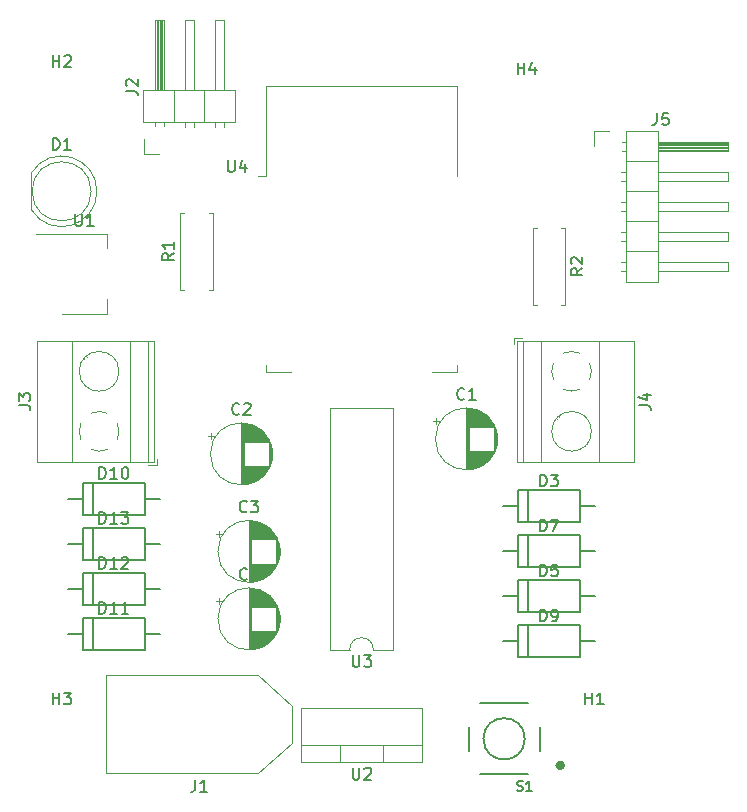
<source format=gbr>
%TF.GenerationSoftware,KiCad,Pcbnew,(5.1.10)-1*%
%TF.CreationDate,2021-11-08T05:29:07+05:30*%
%TF.ProjectId,Flipboard Final,466c6970-626f-4617-9264-2046696e616c,rev?*%
%TF.SameCoordinates,Original*%
%TF.FileFunction,Legend,Top*%
%TF.FilePolarity,Positive*%
%FSLAX46Y46*%
G04 Gerber Fmt 4.6, Leading zero omitted, Abs format (unit mm)*
G04 Created by KiCad (PCBNEW (5.1.10)-1) date 2021-11-08 05:29:07*
%MOMM*%
%LPD*%
G01*
G04 APERTURE LIST*
%ADD10C,0.120000*%
%ADD11C,0.127000*%
%ADD12C,0.400000*%
%ADD13C,0.150000*%
G04 APERTURE END LIST*
D10*
%TO.C,C1*%
X-80044775Y-15420000D02*
X-80044775Y-15920000D01*
X-80294775Y-15670000D02*
X-79794775Y-15670000D01*
X-74889000Y-16861000D02*
X-74889000Y-17429000D01*
X-74929000Y-16627000D02*
X-74929000Y-17663000D01*
X-74969000Y-16468000D02*
X-74969000Y-17822000D01*
X-75009000Y-16340000D02*
X-75009000Y-17950000D01*
X-75049000Y-16230000D02*
X-75049000Y-18060000D01*
X-75089000Y-16134000D02*
X-75089000Y-18156000D01*
X-75129000Y-16047000D02*
X-75129000Y-18243000D01*
X-75169000Y-15967000D02*
X-75169000Y-18323000D01*
X-75209000Y-18185000D02*
X-75209000Y-18396000D01*
X-75209000Y-15894000D02*
X-75209000Y-16105000D01*
X-75249000Y-18185000D02*
X-75249000Y-18464000D01*
X-75249000Y-15826000D02*
X-75249000Y-16105000D01*
X-75289000Y-18185000D02*
X-75289000Y-18528000D01*
X-75289000Y-15762000D02*
X-75289000Y-16105000D01*
X-75329000Y-18185000D02*
X-75329000Y-18588000D01*
X-75329000Y-15702000D02*
X-75329000Y-16105000D01*
X-75369000Y-18185000D02*
X-75369000Y-18645000D01*
X-75369000Y-15645000D02*
X-75369000Y-16105000D01*
X-75409000Y-18185000D02*
X-75409000Y-18699000D01*
X-75409000Y-15591000D02*
X-75409000Y-16105000D01*
X-75449000Y-18185000D02*
X-75449000Y-18750000D01*
X-75449000Y-15540000D02*
X-75449000Y-16105000D01*
X-75489000Y-18185000D02*
X-75489000Y-18798000D01*
X-75489000Y-15492000D02*
X-75489000Y-16105000D01*
X-75529000Y-18185000D02*
X-75529000Y-18844000D01*
X-75529000Y-15446000D02*
X-75529000Y-16105000D01*
X-75569000Y-18185000D02*
X-75569000Y-18888000D01*
X-75569000Y-15402000D02*
X-75569000Y-16105000D01*
X-75609000Y-18185000D02*
X-75609000Y-18930000D01*
X-75609000Y-15360000D02*
X-75609000Y-16105000D01*
X-75649000Y-18185000D02*
X-75649000Y-18971000D01*
X-75649000Y-15319000D02*
X-75649000Y-16105000D01*
X-75689000Y-18185000D02*
X-75689000Y-19009000D01*
X-75689000Y-15281000D02*
X-75689000Y-16105000D01*
X-75729000Y-18185000D02*
X-75729000Y-19046000D01*
X-75729000Y-15244000D02*
X-75729000Y-16105000D01*
X-75769000Y-18185000D02*
X-75769000Y-19082000D01*
X-75769000Y-15208000D02*
X-75769000Y-16105000D01*
X-75809000Y-18185000D02*
X-75809000Y-19116000D01*
X-75809000Y-15174000D02*
X-75809000Y-16105000D01*
X-75849000Y-18185000D02*
X-75849000Y-19149000D01*
X-75849000Y-15141000D02*
X-75849000Y-16105000D01*
X-75889000Y-18185000D02*
X-75889000Y-19180000D01*
X-75889000Y-15110000D02*
X-75889000Y-16105000D01*
X-75929000Y-18185000D02*
X-75929000Y-19210000D01*
X-75929000Y-15080000D02*
X-75929000Y-16105000D01*
X-75969000Y-18185000D02*
X-75969000Y-19240000D01*
X-75969000Y-15050000D02*
X-75969000Y-16105000D01*
X-76009000Y-18185000D02*
X-76009000Y-19267000D01*
X-76009000Y-15023000D02*
X-76009000Y-16105000D01*
X-76049000Y-18185000D02*
X-76049000Y-19294000D01*
X-76049000Y-14996000D02*
X-76049000Y-16105000D01*
X-76089000Y-18185000D02*
X-76089000Y-19320000D01*
X-76089000Y-14970000D02*
X-76089000Y-16105000D01*
X-76129000Y-18185000D02*
X-76129000Y-19345000D01*
X-76129000Y-14945000D02*
X-76129000Y-16105000D01*
X-76169000Y-18185000D02*
X-76169000Y-19369000D01*
X-76169000Y-14921000D02*
X-76169000Y-16105000D01*
X-76209000Y-18185000D02*
X-76209000Y-19392000D01*
X-76209000Y-14898000D02*
X-76209000Y-16105000D01*
X-76249000Y-18185000D02*
X-76249000Y-19413000D01*
X-76249000Y-14877000D02*
X-76249000Y-16105000D01*
X-76289000Y-18185000D02*
X-76289000Y-19435000D01*
X-76289000Y-14855000D02*
X-76289000Y-16105000D01*
X-76329000Y-18185000D02*
X-76329000Y-19455000D01*
X-76329000Y-14835000D02*
X-76329000Y-16105000D01*
X-76369000Y-18185000D02*
X-76369000Y-19474000D01*
X-76369000Y-14816000D02*
X-76369000Y-16105000D01*
X-76409000Y-18185000D02*
X-76409000Y-19493000D01*
X-76409000Y-14797000D02*
X-76409000Y-16105000D01*
X-76449000Y-18185000D02*
X-76449000Y-19510000D01*
X-76449000Y-14780000D02*
X-76449000Y-16105000D01*
X-76489000Y-18185000D02*
X-76489000Y-19527000D01*
X-76489000Y-14763000D02*
X-76489000Y-16105000D01*
X-76529000Y-18185000D02*
X-76529000Y-19543000D01*
X-76529000Y-14747000D02*
X-76529000Y-16105000D01*
X-76569000Y-18185000D02*
X-76569000Y-19559000D01*
X-76569000Y-14731000D02*
X-76569000Y-16105000D01*
X-76609000Y-18185000D02*
X-76609000Y-19573000D01*
X-76609000Y-14717000D02*
X-76609000Y-16105000D01*
X-76649000Y-18185000D02*
X-76649000Y-19587000D01*
X-76649000Y-14703000D02*
X-76649000Y-16105000D01*
X-76689000Y-18185000D02*
X-76689000Y-19600000D01*
X-76689000Y-14690000D02*
X-76689000Y-16105000D01*
X-76729000Y-18185000D02*
X-76729000Y-19613000D01*
X-76729000Y-14677000D02*
X-76729000Y-16105000D01*
X-76769000Y-18185000D02*
X-76769000Y-19625000D01*
X-76769000Y-14665000D02*
X-76769000Y-16105000D01*
X-76810000Y-18185000D02*
X-76810000Y-19636000D01*
X-76810000Y-14654000D02*
X-76810000Y-16105000D01*
X-76850000Y-18185000D02*
X-76850000Y-19646000D01*
X-76850000Y-14644000D02*
X-76850000Y-16105000D01*
X-76890000Y-18185000D02*
X-76890000Y-19656000D01*
X-76890000Y-14634000D02*
X-76890000Y-16105000D01*
X-76930000Y-18185000D02*
X-76930000Y-19665000D01*
X-76930000Y-14625000D02*
X-76930000Y-16105000D01*
X-76970000Y-18185000D02*
X-76970000Y-19673000D01*
X-76970000Y-14617000D02*
X-76970000Y-16105000D01*
X-77010000Y-18185000D02*
X-77010000Y-19681000D01*
X-77010000Y-14609000D02*
X-77010000Y-16105000D01*
X-77050000Y-18185000D02*
X-77050000Y-19688000D01*
X-77050000Y-14602000D02*
X-77050000Y-16105000D01*
X-77090000Y-18185000D02*
X-77090000Y-19695000D01*
X-77090000Y-14595000D02*
X-77090000Y-16105000D01*
X-77130000Y-18185000D02*
X-77130000Y-19701000D01*
X-77130000Y-14589000D02*
X-77130000Y-16105000D01*
X-77170000Y-18185000D02*
X-77170000Y-19706000D01*
X-77170000Y-14584000D02*
X-77170000Y-16105000D01*
X-77210000Y-18185000D02*
X-77210000Y-19710000D01*
X-77210000Y-14580000D02*
X-77210000Y-16105000D01*
X-77250000Y-18185000D02*
X-77250000Y-19714000D01*
X-77250000Y-14576000D02*
X-77250000Y-16105000D01*
X-77290000Y-14572000D02*
X-77290000Y-19718000D01*
X-77330000Y-14569000D02*
X-77330000Y-19721000D01*
X-77370000Y-14567000D02*
X-77370000Y-19723000D01*
X-77410000Y-14566000D02*
X-77410000Y-19724000D01*
X-77450000Y-14565000D02*
X-77450000Y-19725000D01*
X-77490000Y-14565000D02*
X-77490000Y-19725000D01*
X-74870000Y-17145000D02*
G75*
G03*
X-74870000Y-17145000I-2620000J0D01*
G01*
%TO.C,C2*%
X-93920000Y-18415000D02*
G75*
G03*
X-93920000Y-18415000I-2620000J0D01*
G01*
X-96540000Y-15835000D02*
X-96540000Y-20995000D01*
X-96500000Y-15835000D02*
X-96500000Y-20995000D01*
X-96460000Y-15836000D02*
X-96460000Y-20994000D01*
X-96420000Y-15837000D02*
X-96420000Y-20993000D01*
X-96380000Y-15839000D02*
X-96380000Y-20991000D01*
X-96340000Y-15842000D02*
X-96340000Y-20988000D01*
X-96300000Y-15846000D02*
X-96300000Y-17375000D01*
X-96300000Y-19455000D02*
X-96300000Y-20984000D01*
X-96260000Y-15850000D02*
X-96260000Y-17375000D01*
X-96260000Y-19455000D02*
X-96260000Y-20980000D01*
X-96220000Y-15854000D02*
X-96220000Y-17375000D01*
X-96220000Y-19455000D02*
X-96220000Y-20976000D01*
X-96180000Y-15859000D02*
X-96180000Y-17375000D01*
X-96180000Y-19455000D02*
X-96180000Y-20971000D01*
X-96140000Y-15865000D02*
X-96140000Y-17375000D01*
X-96140000Y-19455000D02*
X-96140000Y-20965000D01*
X-96100000Y-15872000D02*
X-96100000Y-17375000D01*
X-96100000Y-19455000D02*
X-96100000Y-20958000D01*
X-96060000Y-15879000D02*
X-96060000Y-17375000D01*
X-96060000Y-19455000D02*
X-96060000Y-20951000D01*
X-96020000Y-15887000D02*
X-96020000Y-17375000D01*
X-96020000Y-19455000D02*
X-96020000Y-20943000D01*
X-95980000Y-15895000D02*
X-95980000Y-17375000D01*
X-95980000Y-19455000D02*
X-95980000Y-20935000D01*
X-95940000Y-15904000D02*
X-95940000Y-17375000D01*
X-95940000Y-19455000D02*
X-95940000Y-20926000D01*
X-95900000Y-15914000D02*
X-95900000Y-17375000D01*
X-95900000Y-19455000D02*
X-95900000Y-20916000D01*
X-95860000Y-15924000D02*
X-95860000Y-17375000D01*
X-95860000Y-19455000D02*
X-95860000Y-20906000D01*
X-95819000Y-15935000D02*
X-95819000Y-17375000D01*
X-95819000Y-19455000D02*
X-95819000Y-20895000D01*
X-95779000Y-15947000D02*
X-95779000Y-17375000D01*
X-95779000Y-19455000D02*
X-95779000Y-20883000D01*
X-95739000Y-15960000D02*
X-95739000Y-17375000D01*
X-95739000Y-19455000D02*
X-95739000Y-20870000D01*
X-95699000Y-15973000D02*
X-95699000Y-17375000D01*
X-95699000Y-19455000D02*
X-95699000Y-20857000D01*
X-95659000Y-15987000D02*
X-95659000Y-17375000D01*
X-95659000Y-19455000D02*
X-95659000Y-20843000D01*
X-95619000Y-16001000D02*
X-95619000Y-17375000D01*
X-95619000Y-19455000D02*
X-95619000Y-20829000D01*
X-95579000Y-16017000D02*
X-95579000Y-17375000D01*
X-95579000Y-19455000D02*
X-95579000Y-20813000D01*
X-95539000Y-16033000D02*
X-95539000Y-17375000D01*
X-95539000Y-19455000D02*
X-95539000Y-20797000D01*
X-95499000Y-16050000D02*
X-95499000Y-17375000D01*
X-95499000Y-19455000D02*
X-95499000Y-20780000D01*
X-95459000Y-16067000D02*
X-95459000Y-17375000D01*
X-95459000Y-19455000D02*
X-95459000Y-20763000D01*
X-95419000Y-16086000D02*
X-95419000Y-17375000D01*
X-95419000Y-19455000D02*
X-95419000Y-20744000D01*
X-95379000Y-16105000D02*
X-95379000Y-17375000D01*
X-95379000Y-19455000D02*
X-95379000Y-20725000D01*
X-95339000Y-16125000D02*
X-95339000Y-17375000D01*
X-95339000Y-19455000D02*
X-95339000Y-20705000D01*
X-95299000Y-16147000D02*
X-95299000Y-17375000D01*
X-95299000Y-19455000D02*
X-95299000Y-20683000D01*
X-95259000Y-16168000D02*
X-95259000Y-17375000D01*
X-95259000Y-19455000D02*
X-95259000Y-20662000D01*
X-95219000Y-16191000D02*
X-95219000Y-17375000D01*
X-95219000Y-19455000D02*
X-95219000Y-20639000D01*
X-95179000Y-16215000D02*
X-95179000Y-17375000D01*
X-95179000Y-19455000D02*
X-95179000Y-20615000D01*
X-95139000Y-16240000D02*
X-95139000Y-17375000D01*
X-95139000Y-19455000D02*
X-95139000Y-20590000D01*
X-95099000Y-16266000D02*
X-95099000Y-17375000D01*
X-95099000Y-19455000D02*
X-95099000Y-20564000D01*
X-95059000Y-16293000D02*
X-95059000Y-17375000D01*
X-95059000Y-19455000D02*
X-95059000Y-20537000D01*
X-95019000Y-16320000D02*
X-95019000Y-17375000D01*
X-95019000Y-19455000D02*
X-95019000Y-20510000D01*
X-94979000Y-16350000D02*
X-94979000Y-17375000D01*
X-94979000Y-19455000D02*
X-94979000Y-20480000D01*
X-94939000Y-16380000D02*
X-94939000Y-17375000D01*
X-94939000Y-19455000D02*
X-94939000Y-20450000D01*
X-94899000Y-16411000D02*
X-94899000Y-17375000D01*
X-94899000Y-19455000D02*
X-94899000Y-20419000D01*
X-94859000Y-16444000D02*
X-94859000Y-17375000D01*
X-94859000Y-19455000D02*
X-94859000Y-20386000D01*
X-94819000Y-16478000D02*
X-94819000Y-17375000D01*
X-94819000Y-19455000D02*
X-94819000Y-20352000D01*
X-94779000Y-16514000D02*
X-94779000Y-17375000D01*
X-94779000Y-19455000D02*
X-94779000Y-20316000D01*
X-94739000Y-16551000D02*
X-94739000Y-17375000D01*
X-94739000Y-19455000D02*
X-94739000Y-20279000D01*
X-94699000Y-16589000D02*
X-94699000Y-17375000D01*
X-94699000Y-19455000D02*
X-94699000Y-20241000D01*
X-94659000Y-16630000D02*
X-94659000Y-17375000D01*
X-94659000Y-19455000D02*
X-94659000Y-20200000D01*
X-94619000Y-16672000D02*
X-94619000Y-17375000D01*
X-94619000Y-19455000D02*
X-94619000Y-20158000D01*
X-94579000Y-16716000D02*
X-94579000Y-17375000D01*
X-94579000Y-19455000D02*
X-94579000Y-20114000D01*
X-94539000Y-16762000D02*
X-94539000Y-17375000D01*
X-94539000Y-19455000D02*
X-94539000Y-20068000D01*
X-94499000Y-16810000D02*
X-94499000Y-17375000D01*
X-94499000Y-19455000D02*
X-94499000Y-20020000D01*
X-94459000Y-16861000D02*
X-94459000Y-17375000D01*
X-94459000Y-19455000D02*
X-94459000Y-19969000D01*
X-94419000Y-16915000D02*
X-94419000Y-17375000D01*
X-94419000Y-19455000D02*
X-94419000Y-19915000D01*
X-94379000Y-16972000D02*
X-94379000Y-17375000D01*
X-94379000Y-19455000D02*
X-94379000Y-19858000D01*
X-94339000Y-17032000D02*
X-94339000Y-17375000D01*
X-94339000Y-19455000D02*
X-94339000Y-19798000D01*
X-94299000Y-17096000D02*
X-94299000Y-17375000D01*
X-94299000Y-19455000D02*
X-94299000Y-19734000D01*
X-94259000Y-17164000D02*
X-94259000Y-17375000D01*
X-94259000Y-19455000D02*
X-94259000Y-19666000D01*
X-94219000Y-17237000D02*
X-94219000Y-19593000D01*
X-94179000Y-17317000D02*
X-94179000Y-19513000D01*
X-94139000Y-17404000D02*
X-94139000Y-19426000D01*
X-94099000Y-17500000D02*
X-94099000Y-19330000D01*
X-94059000Y-17610000D02*
X-94059000Y-19220000D01*
X-94019000Y-17738000D02*
X-94019000Y-19092000D01*
X-93979000Y-17897000D02*
X-93979000Y-18933000D01*
X-93939000Y-18131000D02*
X-93939000Y-18699000D01*
X-99344775Y-16940000D02*
X-98844775Y-16940000D01*
X-99094775Y-16690000D02*
X-99094775Y-17190000D01*
%TO.C,C3*%
X-98459775Y-24945000D02*
X-98459775Y-25445000D01*
X-98709775Y-25195000D02*
X-98209775Y-25195000D01*
X-93304000Y-26386000D02*
X-93304000Y-26954000D01*
X-93344000Y-26152000D02*
X-93344000Y-27188000D01*
X-93384000Y-25993000D02*
X-93384000Y-27347000D01*
X-93424000Y-25865000D02*
X-93424000Y-27475000D01*
X-93464000Y-25755000D02*
X-93464000Y-27585000D01*
X-93504000Y-25659000D02*
X-93504000Y-27681000D01*
X-93544000Y-25572000D02*
X-93544000Y-27768000D01*
X-93584000Y-25492000D02*
X-93584000Y-27848000D01*
X-93624000Y-27710000D02*
X-93624000Y-27921000D01*
X-93624000Y-25419000D02*
X-93624000Y-25630000D01*
X-93664000Y-27710000D02*
X-93664000Y-27989000D01*
X-93664000Y-25351000D02*
X-93664000Y-25630000D01*
X-93704000Y-27710000D02*
X-93704000Y-28053000D01*
X-93704000Y-25287000D02*
X-93704000Y-25630000D01*
X-93744000Y-27710000D02*
X-93744000Y-28113000D01*
X-93744000Y-25227000D02*
X-93744000Y-25630000D01*
X-93784000Y-27710000D02*
X-93784000Y-28170000D01*
X-93784000Y-25170000D02*
X-93784000Y-25630000D01*
X-93824000Y-27710000D02*
X-93824000Y-28224000D01*
X-93824000Y-25116000D02*
X-93824000Y-25630000D01*
X-93864000Y-27710000D02*
X-93864000Y-28275000D01*
X-93864000Y-25065000D02*
X-93864000Y-25630000D01*
X-93904000Y-27710000D02*
X-93904000Y-28323000D01*
X-93904000Y-25017000D02*
X-93904000Y-25630000D01*
X-93944000Y-27710000D02*
X-93944000Y-28369000D01*
X-93944000Y-24971000D02*
X-93944000Y-25630000D01*
X-93984000Y-27710000D02*
X-93984000Y-28413000D01*
X-93984000Y-24927000D02*
X-93984000Y-25630000D01*
X-94024000Y-27710000D02*
X-94024000Y-28455000D01*
X-94024000Y-24885000D02*
X-94024000Y-25630000D01*
X-94064000Y-27710000D02*
X-94064000Y-28496000D01*
X-94064000Y-24844000D02*
X-94064000Y-25630000D01*
X-94104000Y-27710000D02*
X-94104000Y-28534000D01*
X-94104000Y-24806000D02*
X-94104000Y-25630000D01*
X-94144000Y-27710000D02*
X-94144000Y-28571000D01*
X-94144000Y-24769000D02*
X-94144000Y-25630000D01*
X-94184000Y-27710000D02*
X-94184000Y-28607000D01*
X-94184000Y-24733000D02*
X-94184000Y-25630000D01*
X-94224000Y-27710000D02*
X-94224000Y-28641000D01*
X-94224000Y-24699000D02*
X-94224000Y-25630000D01*
X-94264000Y-27710000D02*
X-94264000Y-28674000D01*
X-94264000Y-24666000D02*
X-94264000Y-25630000D01*
X-94304000Y-27710000D02*
X-94304000Y-28705000D01*
X-94304000Y-24635000D02*
X-94304000Y-25630000D01*
X-94344000Y-27710000D02*
X-94344000Y-28735000D01*
X-94344000Y-24605000D02*
X-94344000Y-25630000D01*
X-94384000Y-27710000D02*
X-94384000Y-28765000D01*
X-94384000Y-24575000D02*
X-94384000Y-25630000D01*
X-94424000Y-27710000D02*
X-94424000Y-28792000D01*
X-94424000Y-24548000D02*
X-94424000Y-25630000D01*
X-94464000Y-27710000D02*
X-94464000Y-28819000D01*
X-94464000Y-24521000D02*
X-94464000Y-25630000D01*
X-94504000Y-27710000D02*
X-94504000Y-28845000D01*
X-94504000Y-24495000D02*
X-94504000Y-25630000D01*
X-94544000Y-27710000D02*
X-94544000Y-28870000D01*
X-94544000Y-24470000D02*
X-94544000Y-25630000D01*
X-94584000Y-27710000D02*
X-94584000Y-28894000D01*
X-94584000Y-24446000D02*
X-94584000Y-25630000D01*
X-94624000Y-27710000D02*
X-94624000Y-28917000D01*
X-94624000Y-24423000D02*
X-94624000Y-25630000D01*
X-94664000Y-27710000D02*
X-94664000Y-28938000D01*
X-94664000Y-24402000D02*
X-94664000Y-25630000D01*
X-94704000Y-27710000D02*
X-94704000Y-28960000D01*
X-94704000Y-24380000D02*
X-94704000Y-25630000D01*
X-94744000Y-27710000D02*
X-94744000Y-28980000D01*
X-94744000Y-24360000D02*
X-94744000Y-25630000D01*
X-94784000Y-27710000D02*
X-94784000Y-28999000D01*
X-94784000Y-24341000D02*
X-94784000Y-25630000D01*
X-94824000Y-27710000D02*
X-94824000Y-29018000D01*
X-94824000Y-24322000D02*
X-94824000Y-25630000D01*
X-94864000Y-27710000D02*
X-94864000Y-29035000D01*
X-94864000Y-24305000D02*
X-94864000Y-25630000D01*
X-94904000Y-27710000D02*
X-94904000Y-29052000D01*
X-94904000Y-24288000D02*
X-94904000Y-25630000D01*
X-94944000Y-27710000D02*
X-94944000Y-29068000D01*
X-94944000Y-24272000D02*
X-94944000Y-25630000D01*
X-94984000Y-27710000D02*
X-94984000Y-29084000D01*
X-94984000Y-24256000D02*
X-94984000Y-25630000D01*
X-95024000Y-27710000D02*
X-95024000Y-29098000D01*
X-95024000Y-24242000D02*
X-95024000Y-25630000D01*
X-95064000Y-27710000D02*
X-95064000Y-29112000D01*
X-95064000Y-24228000D02*
X-95064000Y-25630000D01*
X-95104000Y-27710000D02*
X-95104000Y-29125000D01*
X-95104000Y-24215000D02*
X-95104000Y-25630000D01*
X-95144000Y-27710000D02*
X-95144000Y-29138000D01*
X-95144000Y-24202000D02*
X-95144000Y-25630000D01*
X-95184000Y-27710000D02*
X-95184000Y-29150000D01*
X-95184000Y-24190000D02*
X-95184000Y-25630000D01*
X-95225000Y-27710000D02*
X-95225000Y-29161000D01*
X-95225000Y-24179000D02*
X-95225000Y-25630000D01*
X-95265000Y-27710000D02*
X-95265000Y-29171000D01*
X-95265000Y-24169000D02*
X-95265000Y-25630000D01*
X-95305000Y-27710000D02*
X-95305000Y-29181000D01*
X-95305000Y-24159000D02*
X-95305000Y-25630000D01*
X-95345000Y-27710000D02*
X-95345000Y-29190000D01*
X-95345000Y-24150000D02*
X-95345000Y-25630000D01*
X-95385000Y-27710000D02*
X-95385000Y-29198000D01*
X-95385000Y-24142000D02*
X-95385000Y-25630000D01*
X-95425000Y-27710000D02*
X-95425000Y-29206000D01*
X-95425000Y-24134000D02*
X-95425000Y-25630000D01*
X-95465000Y-27710000D02*
X-95465000Y-29213000D01*
X-95465000Y-24127000D02*
X-95465000Y-25630000D01*
X-95505000Y-27710000D02*
X-95505000Y-29220000D01*
X-95505000Y-24120000D02*
X-95505000Y-25630000D01*
X-95545000Y-27710000D02*
X-95545000Y-29226000D01*
X-95545000Y-24114000D02*
X-95545000Y-25630000D01*
X-95585000Y-27710000D02*
X-95585000Y-29231000D01*
X-95585000Y-24109000D02*
X-95585000Y-25630000D01*
X-95625000Y-27710000D02*
X-95625000Y-29235000D01*
X-95625000Y-24105000D02*
X-95625000Y-25630000D01*
X-95665000Y-27710000D02*
X-95665000Y-29239000D01*
X-95665000Y-24101000D02*
X-95665000Y-25630000D01*
X-95705000Y-24097000D02*
X-95705000Y-29243000D01*
X-95745000Y-24094000D02*
X-95745000Y-29246000D01*
X-95785000Y-24092000D02*
X-95785000Y-29248000D01*
X-95825000Y-24091000D02*
X-95825000Y-29249000D01*
X-95865000Y-24090000D02*
X-95865000Y-29250000D01*
X-95905000Y-24090000D02*
X-95905000Y-29250000D01*
X-93285000Y-26670000D02*
G75*
G03*
X-93285000Y-26670000I-2620000J0D01*
G01*
%TO.C,C4*%
X-93285000Y-32385000D02*
G75*
G03*
X-93285000Y-32385000I-2620000J0D01*
G01*
X-95905000Y-29805000D02*
X-95905000Y-34965000D01*
X-95865000Y-29805000D02*
X-95865000Y-34965000D01*
X-95825000Y-29806000D02*
X-95825000Y-34964000D01*
X-95785000Y-29807000D02*
X-95785000Y-34963000D01*
X-95745000Y-29809000D02*
X-95745000Y-34961000D01*
X-95705000Y-29812000D02*
X-95705000Y-34958000D01*
X-95665000Y-29816000D02*
X-95665000Y-31345000D01*
X-95665000Y-33425000D02*
X-95665000Y-34954000D01*
X-95625000Y-29820000D02*
X-95625000Y-31345000D01*
X-95625000Y-33425000D02*
X-95625000Y-34950000D01*
X-95585000Y-29824000D02*
X-95585000Y-31345000D01*
X-95585000Y-33425000D02*
X-95585000Y-34946000D01*
X-95545000Y-29829000D02*
X-95545000Y-31345000D01*
X-95545000Y-33425000D02*
X-95545000Y-34941000D01*
X-95505000Y-29835000D02*
X-95505000Y-31345000D01*
X-95505000Y-33425000D02*
X-95505000Y-34935000D01*
X-95465000Y-29842000D02*
X-95465000Y-31345000D01*
X-95465000Y-33425000D02*
X-95465000Y-34928000D01*
X-95425000Y-29849000D02*
X-95425000Y-31345000D01*
X-95425000Y-33425000D02*
X-95425000Y-34921000D01*
X-95385000Y-29857000D02*
X-95385000Y-31345000D01*
X-95385000Y-33425000D02*
X-95385000Y-34913000D01*
X-95345000Y-29865000D02*
X-95345000Y-31345000D01*
X-95345000Y-33425000D02*
X-95345000Y-34905000D01*
X-95305000Y-29874000D02*
X-95305000Y-31345000D01*
X-95305000Y-33425000D02*
X-95305000Y-34896000D01*
X-95265000Y-29884000D02*
X-95265000Y-31345000D01*
X-95265000Y-33425000D02*
X-95265000Y-34886000D01*
X-95225000Y-29894000D02*
X-95225000Y-31345000D01*
X-95225000Y-33425000D02*
X-95225000Y-34876000D01*
X-95184000Y-29905000D02*
X-95184000Y-31345000D01*
X-95184000Y-33425000D02*
X-95184000Y-34865000D01*
X-95144000Y-29917000D02*
X-95144000Y-31345000D01*
X-95144000Y-33425000D02*
X-95144000Y-34853000D01*
X-95104000Y-29930000D02*
X-95104000Y-31345000D01*
X-95104000Y-33425000D02*
X-95104000Y-34840000D01*
X-95064000Y-29943000D02*
X-95064000Y-31345000D01*
X-95064000Y-33425000D02*
X-95064000Y-34827000D01*
X-95024000Y-29957000D02*
X-95024000Y-31345000D01*
X-95024000Y-33425000D02*
X-95024000Y-34813000D01*
X-94984000Y-29971000D02*
X-94984000Y-31345000D01*
X-94984000Y-33425000D02*
X-94984000Y-34799000D01*
X-94944000Y-29987000D02*
X-94944000Y-31345000D01*
X-94944000Y-33425000D02*
X-94944000Y-34783000D01*
X-94904000Y-30003000D02*
X-94904000Y-31345000D01*
X-94904000Y-33425000D02*
X-94904000Y-34767000D01*
X-94864000Y-30020000D02*
X-94864000Y-31345000D01*
X-94864000Y-33425000D02*
X-94864000Y-34750000D01*
X-94824000Y-30037000D02*
X-94824000Y-31345000D01*
X-94824000Y-33425000D02*
X-94824000Y-34733000D01*
X-94784000Y-30056000D02*
X-94784000Y-31345000D01*
X-94784000Y-33425000D02*
X-94784000Y-34714000D01*
X-94744000Y-30075000D02*
X-94744000Y-31345000D01*
X-94744000Y-33425000D02*
X-94744000Y-34695000D01*
X-94704000Y-30095000D02*
X-94704000Y-31345000D01*
X-94704000Y-33425000D02*
X-94704000Y-34675000D01*
X-94664000Y-30117000D02*
X-94664000Y-31345000D01*
X-94664000Y-33425000D02*
X-94664000Y-34653000D01*
X-94624000Y-30138000D02*
X-94624000Y-31345000D01*
X-94624000Y-33425000D02*
X-94624000Y-34632000D01*
X-94584000Y-30161000D02*
X-94584000Y-31345000D01*
X-94584000Y-33425000D02*
X-94584000Y-34609000D01*
X-94544000Y-30185000D02*
X-94544000Y-31345000D01*
X-94544000Y-33425000D02*
X-94544000Y-34585000D01*
X-94504000Y-30210000D02*
X-94504000Y-31345000D01*
X-94504000Y-33425000D02*
X-94504000Y-34560000D01*
X-94464000Y-30236000D02*
X-94464000Y-31345000D01*
X-94464000Y-33425000D02*
X-94464000Y-34534000D01*
X-94424000Y-30263000D02*
X-94424000Y-31345000D01*
X-94424000Y-33425000D02*
X-94424000Y-34507000D01*
X-94384000Y-30290000D02*
X-94384000Y-31345000D01*
X-94384000Y-33425000D02*
X-94384000Y-34480000D01*
X-94344000Y-30320000D02*
X-94344000Y-31345000D01*
X-94344000Y-33425000D02*
X-94344000Y-34450000D01*
X-94304000Y-30350000D02*
X-94304000Y-31345000D01*
X-94304000Y-33425000D02*
X-94304000Y-34420000D01*
X-94264000Y-30381000D02*
X-94264000Y-31345000D01*
X-94264000Y-33425000D02*
X-94264000Y-34389000D01*
X-94224000Y-30414000D02*
X-94224000Y-31345000D01*
X-94224000Y-33425000D02*
X-94224000Y-34356000D01*
X-94184000Y-30448000D02*
X-94184000Y-31345000D01*
X-94184000Y-33425000D02*
X-94184000Y-34322000D01*
X-94144000Y-30484000D02*
X-94144000Y-31345000D01*
X-94144000Y-33425000D02*
X-94144000Y-34286000D01*
X-94104000Y-30521000D02*
X-94104000Y-31345000D01*
X-94104000Y-33425000D02*
X-94104000Y-34249000D01*
X-94064000Y-30559000D02*
X-94064000Y-31345000D01*
X-94064000Y-33425000D02*
X-94064000Y-34211000D01*
X-94024000Y-30600000D02*
X-94024000Y-31345000D01*
X-94024000Y-33425000D02*
X-94024000Y-34170000D01*
X-93984000Y-30642000D02*
X-93984000Y-31345000D01*
X-93984000Y-33425000D02*
X-93984000Y-34128000D01*
X-93944000Y-30686000D02*
X-93944000Y-31345000D01*
X-93944000Y-33425000D02*
X-93944000Y-34084000D01*
X-93904000Y-30732000D02*
X-93904000Y-31345000D01*
X-93904000Y-33425000D02*
X-93904000Y-34038000D01*
X-93864000Y-30780000D02*
X-93864000Y-31345000D01*
X-93864000Y-33425000D02*
X-93864000Y-33990000D01*
X-93824000Y-30831000D02*
X-93824000Y-31345000D01*
X-93824000Y-33425000D02*
X-93824000Y-33939000D01*
X-93784000Y-30885000D02*
X-93784000Y-31345000D01*
X-93784000Y-33425000D02*
X-93784000Y-33885000D01*
X-93744000Y-30942000D02*
X-93744000Y-31345000D01*
X-93744000Y-33425000D02*
X-93744000Y-33828000D01*
X-93704000Y-31002000D02*
X-93704000Y-31345000D01*
X-93704000Y-33425000D02*
X-93704000Y-33768000D01*
X-93664000Y-31066000D02*
X-93664000Y-31345000D01*
X-93664000Y-33425000D02*
X-93664000Y-33704000D01*
X-93624000Y-31134000D02*
X-93624000Y-31345000D01*
X-93624000Y-33425000D02*
X-93624000Y-33636000D01*
X-93584000Y-31207000D02*
X-93584000Y-33563000D01*
X-93544000Y-31287000D02*
X-93544000Y-33483000D01*
X-93504000Y-31374000D02*
X-93504000Y-33396000D01*
X-93464000Y-31470000D02*
X-93464000Y-33300000D01*
X-93424000Y-31580000D02*
X-93424000Y-33190000D01*
X-93384000Y-31708000D02*
X-93384000Y-33062000D01*
X-93344000Y-31867000D02*
X-93344000Y-32903000D01*
X-93304000Y-32101000D02*
X-93304000Y-32669000D01*
X-98709775Y-30910000D02*
X-98209775Y-30910000D01*
X-98459775Y-30660000D02*
X-98459775Y-31160000D01*
%TO.C,D1*%
X-109260000Y3810000D02*
G75*
G03*
X-109260000Y3810000I-2500000J0D01*
G01*
X-114320000Y5355000D02*
X-114320000Y2265000D01*
X-108770000Y3809538D02*
G75*
G03*
X-114320000Y5354830I-2990000J462D01*
G01*
X-108770000Y3810462D02*
G75*
G02*
X-114320000Y2265170I-2990000J-462D01*
G01*
D11*
%TO.C,D3*%
X-67885000Y-22860000D02*
X-66585000Y-22860000D01*
X-73085000Y-22860000D02*
X-74385000Y-22860000D01*
X-67885000Y-22860000D02*
X-67885000Y-21510000D01*
X-67885000Y-24210000D02*
X-67885000Y-22860000D01*
X-73085000Y-22860000D02*
X-73085000Y-24210000D01*
X-73085000Y-21510000D02*
X-73085000Y-22860000D01*
X-72260000Y-24210000D02*
X-72260000Y-21510000D01*
X-72260000Y-24210000D02*
X-67885000Y-24210000D01*
X-73085000Y-24210000D02*
X-72260000Y-24210000D01*
X-72260000Y-21510000D02*
X-73085000Y-21510000D01*
X-67885000Y-21510000D02*
X-72260000Y-21510000D01*
%TO.C,D5*%
X-67885000Y-30480000D02*
X-66585000Y-30480000D01*
X-73085000Y-30480000D02*
X-74385000Y-30480000D01*
X-67885000Y-30480000D02*
X-67885000Y-29130000D01*
X-67885000Y-31830000D02*
X-67885000Y-30480000D01*
X-73085000Y-30480000D02*
X-73085000Y-31830000D01*
X-73085000Y-29130000D02*
X-73085000Y-30480000D01*
X-72260000Y-31830000D02*
X-72260000Y-29130000D01*
X-72260000Y-31830000D02*
X-67885000Y-31830000D01*
X-73085000Y-31830000D02*
X-72260000Y-31830000D01*
X-72260000Y-29130000D02*
X-73085000Y-29130000D01*
X-67885000Y-29130000D02*
X-72260000Y-29130000D01*
%TO.C,D7*%
X-67885000Y-25320000D02*
X-72260000Y-25320000D01*
X-72260000Y-25320000D02*
X-73085000Y-25320000D01*
X-73085000Y-28020000D02*
X-72260000Y-28020000D01*
X-72260000Y-28020000D02*
X-67885000Y-28020000D01*
X-72260000Y-28020000D02*
X-72260000Y-25320000D01*
X-73085000Y-25320000D02*
X-73085000Y-26670000D01*
X-73085000Y-26670000D02*
X-73085000Y-28020000D01*
X-67885000Y-28020000D02*
X-67885000Y-26670000D01*
X-67885000Y-26670000D02*
X-67885000Y-25320000D01*
X-73085000Y-26670000D02*
X-74385000Y-26670000D01*
X-67885000Y-26670000D02*
X-66585000Y-26670000D01*
%TO.C,D9*%
X-67885000Y-32940000D02*
X-72260000Y-32940000D01*
X-72260000Y-32940000D02*
X-73085000Y-32940000D01*
X-73085000Y-35640000D02*
X-72260000Y-35640000D01*
X-72260000Y-35640000D02*
X-67885000Y-35640000D01*
X-72260000Y-35640000D02*
X-72260000Y-32940000D01*
X-73085000Y-32940000D02*
X-73085000Y-34290000D01*
X-73085000Y-34290000D02*
X-73085000Y-35640000D01*
X-67885000Y-35640000D02*
X-67885000Y-34290000D01*
X-67885000Y-34290000D02*
X-67885000Y-32940000D01*
X-73085000Y-34290000D02*
X-74385000Y-34290000D01*
X-67885000Y-34290000D02*
X-66585000Y-34290000D01*
%TO.C,D10*%
X-104715000Y-22225000D02*
X-103415000Y-22225000D01*
X-109915000Y-22225000D02*
X-111215000Y-22225000D01*
X-104715000Y-22225000D02*
X-104715000Y-20875000D01*
X-104715000Y-23575000D02*
X-104715000Y-22225000D01*
X-109915000Y-22225000D02*
X-109915000Y-23575000D01*
X-109915000Y-20875000D02*
X-109915000Y-22225000D01*
X-109090000Y-23575000D02*
X-109090000Y-20875000D01*
X-109090000Y-23575000D02*
X-104715000Y-23575000D01*
X-109915000Y-23575000D02*
X-109090000Y-23575000D01*
X-109090000Y-20875000D02*
X-109915000Y-20875000D01*
X-104715000Y-20875000D02*
X-109090000Y-20875000D01*
%TO.C,D11*%
X-104715000Y-33655000D02*
X-103415000Y-33655000D01*
X-109915000Y-33655000D02*
X-111215000Y-33655000D01*
X-104715000Y-33655000D02*
X-104715000Y-32305000D01*
X-104715000Y-35005000D02*
X-104715000Y-33655000D01*
X-109915000Y-33655000D02*
X-109915000Y-35005000D01*
X-109915000Y-32305000D02*
X-109915000Y-33655000D01*
X-109090000Y-35005000D02*
X-109090000Y-32305000D01*
X-109090000Y-35005000D02*
X-104715000Y-35005000D01*
X-109915000Y-35005000D02*
X-109090000Y-35005000D01*
X-109090000Y-32305000D02*
X-109915000Y-32305000D01*
X-104715000Y-32305000D02*
X-109090000Y-32305000D01*
%TO.C,D12*%
X-104715000Y-28495000D02*
X-109090000Y-28495000D01*
X-109090000Y-28495000D02*
X-109915000Y-28495000D01*
X-109915000Y-31195000D02*
X-109090000Y-31195000D01*
X-109090000Y-31195000D02*
X-104715000Y-31195000D01*
X-109090000Y-31195000D02*
X-109090000Y-28495000D01*
X-109915000Y-28495000D02*
X-109915000Y-29845000D01*
X-109915000Y-29845000D02*
X-109915000Y-31195000D01*
X-104715000Y-31195000D02*
X-104715000Y-29845000D01*
X-104715000Y-29845000D02*
X-104715000Y-28495000D01*
X-109915000Y-29845000D02*
X-111215000Y-29845000D01*
X-104715000Y-29845000D02*
X-103415000Y-29845000D01*
%TO.C,D13*%
X-104715000Y-24685000D02*
X-109090000Y-24685000D01*
X-109090000Y-24685000D02*
X-109915000Y-24685000D01*
X-109915000Y-27385000D02*
X-109090000Y-27385000D01*
X-109090000Y-27385000D02*
X-104715000Y-27385000D01*
X-109090000Y-27385000D02*
X-109090000Y-24685000D01*
X-109915000Y-24685000D02*
X-109915000Y-26035000D01*
X-109915000Y-26035000D02*
X-109915000Y-27385000D01*
X-104715000Y-27385000D02*
X-104715000Y-26035000D01*
X-104715000Y-26035000D02*
X-104715000Y-24685000D01*
X-109915000Y-26035000D02*
X-111215000Y-26035000D01*
X-104715000Y-26035000D02*
X-103415000Y-26035000D01*
D10*
%TO.C,J1*%
X-107970000Y-45425000D02*
X-95120000Y-45425000D01*
X-92270000Y-42875000D02*
X-92270000Y-39725000D01*
X-95120000Y-37125000D02*
X-107970000Y-37125000D01*
X-107970000Y-37125000D02*
X-107970000Y-45425000D01*
X-95120000Y-45425000D02*
X-92270000Y-42875000D01*
X-92270000Y-39725000D02*
X-95120000Y-37125000D01*
%TO.C,J2*%
X-104775000Y6985000D02*
X-104775000Y8255000D01*
X-103505000Y6985000D02*
X-104775000Y6985000D01*
X-98045000Y9297929D02*
X-98045000Y9695000D01*
X-98805000Y9297929D02*
X-98805000Y9695000D01*
X-98045000Y18355000D02*
X-98045000Y12355000D01*
X-98805000Y18355000D02*
X-98045000Y18355000D01*
X-98805000Y12355000D02*
X-98805000Y18355000D01*
X-99695000Y9695000D02*
X-99695000Y12355000D01*
X-100585000Y9297929D02*
X-100585000Y9695000D01*
X-101345000Y9297929D02*
X-101345000Y9695000D01*
X-100585000Y18355000D02*
X-100585000Y12355000D01*
X-101345000Y18355000D02*
X-100585000Y18355000D01*
X-101345000Y12355000D02*
X-101345000Y18355000D01*
X-102235000Y9695000D02*
X-102235000Y12355000D01*
X-103125000Y9365000D02*
X-103125000Y9695000D01*
X-103885000Y9365000D02*
X-103885000Y9695000D01*
X-103225000Y12355000D02*
X-103225000Y18355000D01*
X-103345000Y12355000D02*
X-103345000Y18355000D01*
X-103465000Y12355000D02*
X-103465000Y18355000D01*
X-103585000Y12355000D02*
X-103585000Y18355000D01*
X-103705000Y12355000D02*
X-103705000Y18355000D01*
X-103825000Y12355000D02*
X-103825000Y18355000D01*
X-103125000Y18355000D02*
X-103125000Y12355000D01*
X-103885000Y18355000D02*
X-103125000Y18355000D01*
X-103885000Y12355000D02*
X-103885000Y18355000D01*
X-104835000Y12355000D02*
X-104835000Y9695000D01*
X-97095000Y12355000D02*
X-104835000Y12355000D01*
X-97095000Y9695000D02*
X-97095000Y12355000D01*
X-104835000Y9695000D02*
X-97095000Y9695000D01*
%TO.C,J3*%
X-103685000Y-19350000D02*
X-103685000Y-18850000D01*
X-104425000Y-19350000D02*
X-103685000Y-19350000D01*
X-107562000Y-12657000D02*
X-107516000Y-12704000D01*
X-109860000Y-10360000D02*
X-109824000Y-10395000D01*
X-107346000Y-12464000D02*
X-107311000Y-12499000D01*
X-109654000Y-10155000D02*
X-109608000Y-10202000D01*
X-113846000Y-8830000D02*
X-103925000Y-8830000D01*
X-113846000Y-19110000D02*
X-103925000Y-19110000D01*
X-103925000Y-19110000D02*
X-103925000Y-8830000D01*
X-113846000Y-19110000D02*
X-113846000Y-8830000D01*
X-110886000Y-19110000D02*
X-110886000Y-8830000D01*
X-105985000Y-19110000D02*
X-105985000Y-8830000D01*
X-104485000Y-19110000D02*
X-104485000Y-8830000D01*
X-106905000Y-11430000D02*
G75*
G03*
X-106905000Y-11430000I-1680000J0D01*
G01*
X-107050244Y-15826682D02*
G75*
G02*
X-106905000Y-16510000I-1534756J-683318D01*
G01*
X-109268042Y-14974574D02*
G75*
G02*
X-107901000Y-14975000I683042J-1535426D01*
G01*
X-110120426Y-17193042D02*
G75*
G02*
X-110120000Y-15826000I1535426J683042D01*
G01*
X-107901958Y-18045426D02*
G75*
G02*
X-109269000Y-18045000I-683042J1535426D01*
G01*
X-106904747Y-16481195D02*
G75*
G02*
X-107050000Y-17194000I-1680253J-28805D01*
G01*
%TO.C,J4*%
X-66900000Y-16510000D02*
G75*
G03*
X-66900000Y-16510000I-1680000J0D01*
G01*
X-72680000Y-8830000D02*
X-72680000Y-19110000D01*
X-71180000Y-8830000D02*
X-71180000Y-19110000D01*
X-66279000Y-8830000D02*
X-66279000Y-19110000D01*
X-63319000Y-8830000D02*
X-63319000Y-19110000D01*
X-73240000Y-8830000D02*
X-73240000Y-19110000D01*
X-63319000Y-8830000D02*
X-73240000Y-8830000D01*
X-63319000Y-19110000D02*
X-73240000Y-19110000D01*
X-67511000Y-17785000D02*
X-67557000Y-17738000D01*
X-69819000Y-15476000D02*
X-69854000Y-15441000D01*
X-67305000Y-17580000D02*
X-67341000Y-17545000D01*
X-69603000Y-15283000D02*
X-69649000Y-15236000D01*
X-72740000Y-8590000D02*
X-73480000Y-8590000D01*
X-73480000Y-8590000D02*
X-73480000Y-9090000D01*
X-70260253Y-11458805D02*
G75*
G02*
X-70115000Y-10746000I1680253J28805D01*
G01*
X-69263042Y-9894574D02*
G75*
G02*
X-67896000Y-9895000I683042J-1535426D01*
G01*
X-67044574Y-10746958D02*
G75*
G02*
X-67045000Y-12114000I-1535426J-683042D01*
G01*
X-67896958Y-12965426D02*
G75*
G02*
X-69264000Y-12965000I-683042J1535426D01*
G01*
X-70114756Y-12113318D02*
G75*
G02*
X-70260000Y-11430000I1534756J683318D01*
G01*
%TO.C,J5*%
X-66675000Y8890000D02*
X-65405000Y8890000D01*
X-66675000Y7620000D02*
X-66675000Y8890000D01*
X-64362071Y-2920000D02*
X-63965000Y-2920000D01*
X-64362071Y-2160000D02*
X-63965000Y-2160000D01*
X-55305000Y-2920000D02*
X-61305000Y-2920000D01*
X-55305000Y-2160000D02*
X-55305000Y-2920000D01*
X-61305000Y-2160000D02*
X-55305000Y-2160000D01*
X-63965000Y-1270000D02*
X-61305000Y-1270000D01*
X-64362071Y-380000D02*
X-63965000Y-380000D01*
X-64362071Y380000D02*
X-63965000Y380000D01*
X-55305000Y-380000D02*
X-61305000Y-380000D01*
X-55305000Y380000D02*
X-55305000Y-380000D01*
X-61305000Y380000D02*
X-55305000Y380000D01*
X-63965000Y1270000D02*
X-61305000Y1270000D01*
X-64362071Y2160000D02*
X-63965000Y2160000D01*
X-64362071Y2920000D02*
X-63965000Y2920000D01*
X-55305000Y2160000D02*
X-61305000Y2160000D01*
X-55305000Y2920000D02*
X-55305000Y2160000D01*
X-61305000Y2920000D02*
X-55305000Y2920000D01*
X-63965000Y3810000D02*
X-61305000Y3810000D01*
X-64362071Y4700000D02*
X-63965000Y4700000D01*
X-64362071Y5460000D02*
X-63965000Y5460000D01*
X-55305000Y4700000D02*
X-61305000Y4700000D01*
X-55305000Y5460000D02*
X-55305000Y4700000D01*
X-61305000Y5460000D02*
X-55305000Y5460000D01*
X-63965000Y6350000D02*
X-61305000Y6350000D01*
X-64295000Y7240000D02*
X-63965000Y7240000D01*
X-64295000Y8000000D02*
X-63965000Y8000000D01*
X-61305000Y7340000D02*
X-55305000Y7340000D01*
X-61305000Y7460000D02*
X-55305000Y7460000D01*
X-61305000Y7580000D02*
X-55305000Y7580000D01*
X-61305000Y7700000D02*
X-55305000Y7700000D01*
X-61305000Y7820000D02*
X-55305000Y7820000D01*
X-61305000Y7940000D02*
X-55305000Y7940000D01*
X-55305000Y7240000D02*
X-61305000Y7240000D01*
X-55305000Y8000000D02*
X-55305000Y7240000D01*
X-61305000Y8000000D02*
X-55305000Y8000000D01*
X-61305000Y8950000D02*
X-63965000Y8950000D01*
X-61305000Y-3870000D02*
X-61305000Y8950000D01*
X-63965000Y-3870000D02*
X-61305000Y-3870000D01*
X-63965000Y8950000D02*
X-63965000Y-3870000D01*
%TO.C,R1*%
X-101370000Y-4540000D02*
X-101700000Y-4540000D01*
X-101700000Y-4540000D02*
X-101700000Y2000000D01*
X-101700000Y2000000D02*
X-101370000Y2000000D01*
X-99290000Y-4540000D02*
X-98960000Y-4540000D01*
X-98960000Y-4540000D02*
X-98960000Y2000000D01*
X-98960000Y2000000D02*
X-99290000Y2000000D01*
%TO.C,R2*%
X-71855000Y-5810000D02*
X-71525000Y-5810000D01*
X-71855000Y730000D02*
X-71855000Y-5810000D01*
X-71525000Y730000D02*
X-71855000Y730000D01*
X-69115000Y-5810000D02*
X-69445000Y-5810000D01*
X-69115000Y730000D02*
X-69115000Y-5810000D01*
X-69445000Y730000D02*
X-69115000Y730000D01*
D12*
%TO.C,S1*%
X-69345000Y-44795000D02*
G75*
G03*
X-69345000Y-44795000I-200000J0D01*
G01*
D11*
X-72545000Y-42545000D02*
G75*
G03*
X-72545000Y-42545000I-1750000J0D01*
G01*
X-72295000Y-39545000D02*
X-76295000Y-39545000D01*
X-72295000Y-45545000D02*
X-76295000Y-45545000D01*
X-77295000Y-43545000D02*
X-77295000Y-41545000D01*
X-71295000Y-43545000D02*
X-71295000Y-41545000D01*
D10*
%TO.C,U1*%
X-113955000Y235000D02*
X-107945000Y235000D01*
X-111705000Y-6585000D02*
X-107945000Y-6585000D01*
X-107945000Y235000D02*
X-107945000Y-1025000D01*
X-107945000Y-6585000D02*
X-107945000Y-5325000D01*
%TO.C,U2*%
X-88211000Y-44545000D02*
X-88211000Y-43035000D01*
X-84510000Y-44545000D02*
X-84510000Y-43035000D01*
X-81240000Y-43035000D02*
X-91480000Y-43035000D01*
X-91480000Y-44545000D02*
X-91480000Y-39904000D01*
X-81240000Y-44545000D02*
X-81240000Y-39904000D01*
X-81240000Y-39904000D02*
X-91480000Y-39904000D01*
X-81240000Y-44545000D02*
X-91480000Y-44545000D01*
%TO.C,U3*%
X-89010000Y-34985000D02*
X-87360000Y-34985000D01*
X-89010000Y-14545000D02*
X-89010000Y-34985000D01*
X-83710000Y-14545000D02*
X-89010000Y-14545000D01*
X-83710000Y-34985000D02*
X-83710000Y-14545000D01*
X-85360000Y-34985000D02*
X-83710000Y-34985000D01*
X-87360000Y-34985000D02*
G75*
G02*
X-85360000Y-34985000I1000000J0D01*
G01*
%TO.C,U4*%
X-94480000Y12755000D02*
X-78240000Y12755000D01*
X-78240000Y12755000D02*
X-78240000Y5135000D01*
X-78240000Y-10865000D02*
X-78240000Y-11485000D01*
X-78240000Y-11485000D02*
X-80360000Y-11485000D01*
X-92360000Y-11485000D02*
X-94480000Y-11485000D01*
X-94480000Y-11485000D02*
X-94480000Y-10865000D01*
X-94480000Y5135000D02*
X-94480000Y12755000D01*
X-94480000Y5135000D02*
X-95090000Y5135000D01*
%TO.C,C1*%
D13*
X-77656666Y-13752142D02*
X-77704285Y-13799761D01*
X-77847142Y-13847380D01*
X-77942380Y-13847380D01*
X-78085238Y-13799761D01*
X-78180476Y-13704523D01*
X-78228095Y-13609285D01*
X-78275714Y-13418809D01*
X-78275714Y-13275952D01*
X-78228095Y-13085476D01*
X-78180476Y-12990238D01*
X-78085238Y-12895000D01*
X-77942380Y-12847380D01*
X-77847142Y-12847380D01*
X-77704285Y-12895000D01*
X-77656666Y-12942619D01*
X-76704285Y-13847380D02*
X-77275714Y-13847380D01*
X-76990000Y-13847380D02*
X-76990000Y-12847380D01*
X-77085238Y-12990238D01*
X-77180476Y-13085476D01*
X-77275714Y-13133095D01*
%TO.C,C2*%
X-96706666Y-15022142D02*
X-96754285Y-15069761D01*
X-96897142Y-15117380D01*
X-96992380Y-15117380D01*
X-97135238Y-15069761D01*
X-97230476Y-14974523D01*
X-97278095Y-14879285D01*
X-97325714Y-14688809D01*
X-97325714Y-14545952D01*
X-97278095Y-14355476D01*
X-97230476Y-14260238D01*
X-97135238Y-14165000D01*
X-96992380Y-14117380D01*
X-96897142Y-14117380D01*
X-96754285Y-14165000D01*
X-96706666Y-14212619D01*
X-96325714Y-14212619D02*
X-96278095Y-14165000D01*
X-96182857Y-14117380D01*
X-95944761Y-14117380D01*
X-95849523Y-14165000D01*
X-95801904Y-14212619D01*
X-95754285Y-14307857D01*
X-95754285Y-14403095D01*
X-95801904Y-14545952D01*
X-96373333Y-15117380D01*
X-95754285Y-15117380D01*
%TO.C,C3*%
X-96071666Y-23277142D02*
X-96119285Y-23324761D01*
X-96262142Y-23372380D01*
X-96357380Y-23372380D01*
X-96500238Y-23324761D01*
X-96595476Y-23229523D01*
X-96643095Y-23134285D01*
X-96690714Y-22943809D01*
X-96690714Y-22800952D01*
X-96643095Y-22610476D01*
X-96595476Y-22515238D01*
X-96500238Y-22420000D01*
X-96357380Y-22372380D01*
X-96262142Y-22372380D01*
X-96119285Y-22420000D01*
X-96071666Y-22467619D01*
X-95738333Y-22372380D02*
X-95119285Y-22372380D01*
X-95452619Y-22753333D01*
X-95309761Y-22753333D01*
X-95214523Y-22800952D01*
X-95166904Y-22848571D01*
X-95119285Y-22943809D01*
X-95119285Y-23181904D01*
X-95166904Y-23277142D01*
X-95214523Y-23324761D01*
X-95309761Y-23372380D01*
X-95595476Y-23372380D01*
X-95690714Y-23324761D01*
X-95738333Y-23277142D01*
%TO.C,C4*%
X-96071666Y-28992142D02*
X-96119285Y-29039761D01*
X-96262142Y-29087380D01*
X-96357380Y-29087380D01*
X-96500238Y-29039761D01*
X-96595476Y-28944523D01*
X-96643095Y-28849285D01*
X-96690714Y-28658809D01*
X-96690714Y-28515952D01*
X-96643095Y-28325476D01*
X-96595476Y-28230238D01*
X-96500238Y-28135000D01*
X-96357380Y-28087380D01*
X-96262142Y-28087380D01*
X-96119285Y-28135000D01*
X-96071666Y-28182619D01*
X-95214523Y-28420714D02*
X-95214523Y-29087380D01*
X-95452619Y-28039761D02*
X-95690714Y-28754047D01*
X-95071666Y-28754047D01*
%TO.C,D1*%
X-112498095Y7317619D02*
X-112498095Y8317619D01*
X-112260000Y8317619D01*
X-112117142Y8270000D01*
X-112021904Y8174761D01*
X-111974285Y8079523D01*
X-111926666Y7889047D01*
X-111926666Y7746190D01*
X-111974285Y7555714D01*
X-112021904Y7460476D01*
X-112117142Y7365238D01*
X-112260000Y7317619D01*
X-112498095Y7317619D01*
X-110974285Y7317619D02*
X-111545714Y7317619D01*
X-111260000Y7317619D02*
X-111260000Y8317619D01*
X-111355238Y8174761D01*
X-111450476Y8079523D01*
X-111545714Y8031904D01*
%TO.C,D3*%
X-71266295Y-21175240D02*
X-71266295Y-20175240D01*
X-71028200Y-20175240D01*
X-70885342Y-20222860D01*
X-70790104Y-20318098D01*
X-70742485Y-20413336D01*
X-70694866Y-20603812D01*
X-70694866Y-20746669D01*
X-70742485Y-20937145D01*
X-70790104Y-21032383D01*
X-70885342Y-21127621D01*
X-71028200Y-21175240D01*
X-71266295Y-21175240D01*
X-70361533Y-20175240D02*
X-69742485Y-20175240D01*
X-70075819Y-20556193D01*
X-69932961Y-20556193D01*
X-69837723Y-20603812D01*
X-69790104Y-20651431D01*
X-69742485Y-20746669D01*
X-69742485Y-20984764D01*
X-69790104Y-21080002D01*
X-69837723Y-21127621D01*
X-69932961Y-21175240D01*
X-70218676Y-21175240D01*
X-70313914Y-21127621D01*
X-70361533Y-21080002D01*
%TO.C,D5*%
X-71266295Y-28795240D02*
X-71266295Y-27795240D01*
X-71028200Y-27795240D01*
X-70885342Y-27842860D01*
X-70790104Y-27938098D01*
X-70742485Y-28033336D01*
X-70694866Y-28223812D01*
X-70694866Y-28366669D01*
X-70742485Y-28557145D01*
X-70790104Y-28652383D01*
X-70885342Y-28747621D01*
X-71028200Y-28795240D01*
X-71266295Y-28795240D01*
X-69790104Y-27795240D02*
X-70266295Y-27795240D01*
X-70313914Y-28271431D01*
X-70266295Y-28223812D01*
X-70171057Y-28176193D01*
X-69932961Y-28176193D01*
X-69837723Y-28223812D01*
X-69790104Y-28271431D01*
X-69742485Y-28366669D01*
X-69742485Y-28604764D01*
X-69790104Y-28700002D01*
X-69837723Y-28747621D01*
X-69932961Y-28795240D01*
X-70171057Y-28795240D01*
X-70266295Y-28747621D01*
X-70313914Y-28700002D01*
%TO.C,D7*%
X-71266295Y-24985240D02*
X-71266295Y-23985240D01*
X-71028200Y-23985240D01*
X-70885342Y-24032860D01*
X-70790104Y-24128098D01*
X-70742485Y-24223336D01*
X-70694866Y-24413812D01*
X-70694866Y-24556669D01*
X-70742485Y-24747145D01*
X-70790104Y-24842383D01*
X-70885342Y-24937621D01*
X-71028200Y-24985240D01*
X-71266295Y-24985240D01*
X-70361533Y-23985240D02*
X-69694866Y-23985240D01*
X-70123438Y-24985240D01*
%TO.C,D9*%
X-71266295Y-32605240D02*
X-71266295Y-31605240D01*
X-71028200Y-31605240D01*
X-70885342Y-31652860D01*
X-70790104Y-31748098D01*
X-70742485Y-31843336D01*
X-70694866Y-32033812D01*
X-70694866Y-32176669D01*
X-70742485Y-32367145D01*
X-70790104Y-32462383D01*
X-70885342Y-32557621D01*
X-71028200Y-32605240D01*
X-71266295Y-32605240D01*
X-70218676Y-32605240D02*
X-70028200Y-32605240D01*
X-69932961Y-32557621D01*
X-69885342Y-32510002D01*
X-69790104Y-32367145D01*
X-69742485Y-32176669D01*
X-69742485Y-31795717D01*
X-69790104Y-31700479D01*
X-69837723Y-31652860D01*
X-69932961Y-31605240D01*
X-70123438Y-31605240D01*
X-70218676Y-31652860D01*
X-70266295Y-31700479D01*
X-70313914Y-31795717D01*
X-70313914Y-32033812D01*
X-70266295Y-32129050D01*
X-70218676Y-32176669D01*
X-70123438Y-32224288D01*
X-69932961Y-32224288D01*
X-69837723Y-32176669D01*
X-69790104Y-32129050D01*
X-69742485Y-32033812D01*
%TO.C,D10*%
X-108572485Y-20540240D02*
X-108572485Y-19540240D01*
X-108334390Y-19540240D01*
X-108191533Y-19587860D01*
X-108096295Y-19683098D01*
X-108048676Y-19778336D01*
X-108001057Y-19968812D01*
X-108001057Y-20111669D01*
X-108048676Y-20302145D01*
X-108096295Y-20397383D01*
X-108191533Y-20492621D01*
X-108334390Y-20540240D01*
X-108572485Y-20540240D01*
X-107048676Y-20540240D02*
X-107620104Y-20540240D01*
X-107334390Y-20540240D02*
X-107334390Y-19540240D01*
X-107429628Y-19683098D01*
X-107524866Y-19778336D01*
X-107620104Y-19825955D01*
X-106429628Y-19540240D02*
X-106334390Y-19540240D01*
X-106239152Y-19587860D01*
X-106191533Y-19635479D01*
X-106143914Y-19730717D01*
X-106096295Y-19921193D01*
X-106096295Y-20159288D01*
X-106143914Y-20349764D01*
X-106191533Y-20445002D01*
X-106239152Y-20492621D01*
X-106334390Y-20540240D01*
X-106429628Y-20540240D01*
X-106524866Y-20492621D01*
X-106572485Y-20445002D01*
X-106620104Y-20349764D01*
X-106667723Y-20159288D01*
X-106667723Y-19921193D01*
X-106620104Y-19730717D01*
X-106572485Y-19635479D01*
X-106524866Y-19587860D01*
X-106429628Y-19540240D01*
%TO.C,D11*%
X-108572485Y-31970240D02*
X-108572485Y-30970240D01*
X-108334390Y-30970240D01*
X-108191533Y-31017860D01*
X-108096295Y-31113098D01*
X-108048676Y-31208336D01*
X-108001057Y-31398812D01*
X-108001057Y-31541669D01*
X-108048676Y-31732145D01*
X-108096295Y-31827383D01*
X-108191533Y-31922621D01*
X-108334390Y-31970240D01*
X-108572485Y-31970240D01*
X-107048676Y-31970240D02*
X-107620104Y-31970240D01*
X-107334390Y-31970240D02*
X-107334390Y-30970240D01*
X-107429628Y-31113098D01*
X-107524866Y-31208336D01*
X-107620104Y-31255955D01*
X-106096295Y-31970240D02*
X-106667723Y-31970240D01*
X-106382009Y-31970240D02*
X-106382009Y-30970240D01*
X-106477247Y-31113098D01*
X-106572485Y-31208336D01*
X-106667723Y-31255955D01*
%TO.C,D12*%
X-108572485Y-28160240D02*
X-108572485Y-27160240D01*
X-108334390Y-27160240D01*
X-108191533Y-27207860D01*
X-108096295Y-27303098D01*
X-108048676Y-27398336D01*
X-108001057Y-27588812D01*
X-108001057Y-27731669D01*
X-108048676Y-27922145D01*
X-108096295Y-28017383D01*
X-108191533Y-28112621D01*
X-108334390Y-28160240D01*
X-108572485Y-28160240D01*
X-107048676Y-28160240D02*
X-107620104Y-28160240D01*
X-107334390Y-28160240D02*
X-107334390Y-27160240D01*
X-107429628Y-27303098D01*
X-107524866Y-27398336D01*
X-107620104Y-27445955D01*
X-106667723Y-27255479D02*
X-106620104Y-27207860D01*
X-106524866Y-27160240D01*
X-106286771Y-27160240D01*
X-106191533Y-27207860D01*
X-106143914Y-27255479D01*
X-106096295Y-27350717D01*
X-106096295Y-27445955D01*
X-106143914Y-27588812D01*
X-106715342Y-28160240D01*
X-106096295Y-28160240D01*
%TO.C,D13*%
X-108572485Y-24350240D02*
X-108572485Y-23350240D01*
X-108334390Y-23350240D01*
X-108191533Y-23397860D01*
X-108096295Y-23493098D01*
X-108048676Y-23588336D01*
X-108001057Y-23778812D01*
X-108001057Y-23921669D01*
X-108048676Y-24112145D01*
X-108096295Y-24207383D01*
X-108191533Y-24302621D01*
X-108334390Y-24350240D01*
X-108572485Y-24350240D01*
X-107048676Y-24350240D02*
X-107620104Y-24350240D01*
X-107334390Y-24350240D02*
X-107334390Y-23350240D01*
X-107429628Y-23493098D01*
X-107524866Y-23588336D01*
X-107620104Y-23635955D01*
X-106715342Y-23350240D02*
X-106096295Y-23350240D01*
X-106429628Y-23731193D01*
X-106286771Y-23731193D01*
X-106191533Y-23778812D01*
X-106143914Y-23826431D01*
X-106096295Y-23921669D01*
X-106096295Y-24159764D01*
X-106143914Y-24255002D01*
X-106191533Y-24302621D01*
X-106286771Y-24350240D01*
X-106572485Y-24350240D01*
X-106667723Y-24302621D01*
X-106715342Y-24255002D01*
%TO.C,H1*%
X-67436904Y-39632380D02*
X-67436904Y-38632380D01*
X-67436904Y-39108571D02*
X-66865476Y-39108571D01*
X-66865476Y-39632380D02*
X-66865476Y-38632380D01*
X-65865476Y-39632380D02*
X-66436904Y-39632380D01*
X-66151190Y-39632380D02*
X-66151190Y-38632380D01*
X-66246428Y-38775238D01*
X-66341666Y-38870476D01*
X-66436904Y-38918095D01*
%TO.C,H2*%
X-112521904Y14342619D02*
X-112521904Y15342619D01*
X-112521904Y14866428D02*
X-111950476Y14866428D01*
X-111950476Y14342619D02*
X-111950476Y15342619D01*
X-111521904Y15247380D02*
X-111474285Y15295000D01*
X-111379047Y15342619D01*
X-111140952Y15342619D01*
X-111045714Y15295000D01*
X-110998095Y15247380D01*
X-110950476Y15152142D01*
X-110950476Y15056904D01*
X-110998095Y14914047D01*
X-111569523Y14342619D01*
X-110950476Y14342619D01*
%TO.C,H3*%
X-112521904Y-39632380D02*
X-112521904Y-38632380D01*
X-112521904Y-39108571D02*
X-111950476Y-39108571D01*
X-111950476Y-39632380D02*
X-111950476Y-38632380D01*
X-111569523Y-38632380D02*
X-110950476Y-38632380D01*
X-111283809Y-39013333D01*
X-111140952Y-39013333D01*
X-111045714Y-39060952D01*
X-110998095Y-39108571D01*
X-110950476Y-39203809D01*
X-110950476Y-39441904D01*
X-110998095Y-39537142D01*
X-111045714Y-39584761D01*
X-111140952Y-39632380D01*
X-111426666Y-39632380D01*
X-111521904Y-39584761D01*
X-111569523Y-39537142D01*
%TO.C,H4*%
X-73151904Y13707619D02*
X-73151904Y14707619D01*
X-73151904Y14231428D02*
X-72580476Y14231428D01*
X-72580476Y13707619D02*
X-72580476Y14707619D01*
X-71675714Y14374285D02*
X-71675714Y13707619D01*
X-71913809Y14755238D02*
X-72151904Y14040952D01*
X-71532857Y14040952D01*
%TO.C,J1*%
X-100453333Y-46027380D02*
X-100453333Y-46741666D01*
X-100500952Y-46884523D01*
X-100596190Y-46979761D01*
X-100739047Y-47027380D01*
X-100834285Y-47027380D01*
X-99453333Y-47027380D02*
X-100024761Y-47027380D01*
X-99739047Y-47027380D02*
X-99739047Y-46027380D01*
X-99834285Y-46170238D01*
X-99929523Y-46265476D01*
X-100024761Y-46313095D01*
%TO.C,J2*%
X-106322619Y12306666D02*
X-105608333Y12306666D01*
X-105465476Y12259047D01*
X-105370238Y12163809D01*
X-105322619Y12020952D01*
X-105322619Y11925714D01*
X-106227380Y12735238D02*
X-106275000Y12782857D01*
X-106322619Y12878095D01*
X-106322619Y13116190D01*
X-106275000Y13211428D01*
X-106227380Y13259047D01*
X-106132142Y13306666D01*
X-106036904Y13306666D01*
X-105894047Y13259047D01*
X-105322619Y12687619D01*
X-105322619Y13306666D01*
%TO.C,J3*%
X-115392619Y-14303333D02*
X-114678333Y-14303333D01*
X-114535476Y-14350952D01*
X-114440238Y-14446190D01*
X-114392619Y-14589047D01*
X-114392619Y-14684285D01*
X-115392619Y-13922380D02*
X-115392619Y-13303333D01*
X-115011666Y-13636666D01*
X-115011666Y-13493809D01*
X-114964047Y-13398571D01*
X-114916428Y-13350952D01*
X-114821190Y-13303333D01*
X-114583095Y-13303333D01*
X-114487857Y-13350952D01*
X-114440238Y-13398571D01*
X-114392619Y-13493809D01*
X-114392619Y-13779523D01*
X-114440238Y-13874761D01*
X-114487857Y-13922380D01*
%TO.C,J4*%
X-62867619Y-14303333D02*
X-62153333Y-14303333D01*
X-62010476Y-14350952D01*
X-61915238Y-14446190D01*
X-61867619Y-14589047D01*
X-61867619Y-14684285D01*
X-62534285Y-13398571D02*
X-61867619Y-13398571D01*
X-62915238Y-13636666D02*
X-62200952Y-13874761D01*
X-62200952Y-13255714D01*
%TO.C,J5*%
X-61353333Y10437619D02*
X-61353333Y9723333D01*
X-61400952Y9580476D01*
X-61496190Y9485238D01*
X-61639047Y9437619D01*
X-61734285Y9437619D01*
X-60400952Y10437619D02*
X-60877142Y10437619D01*
X-60924761Y9961428D01*
X-60877142Y10009047D01*
X-60781904Y10056666D01*
X-60543809Y10056666D01*
X-60448571Y10009047D01*
X-60400952Y9961428D01*
X-60353333Y9866190D01*
X-60353333Y9628095D01*
X-60400952Y9532857D01*
X-60448571Y9485238D01*
X-60543809Y9437619D01*
X-60781904Y9437619D01*
X-60877142Y9485238D01*
X-60924761Y9532857D01*
%TO.C,R1*%
X-102247619Y-1436666D02*
X-102723809Y-1770000D01*
X-102247619Y-2008095D02*
X-103247619Y-2008095D01*
X-103247619Y-1627142D01*
X-103200000Y-1531904D01*
X-103152380Y-1484285D01*
X-103057142Y-1436666D01*
X-102914285Y-1436666D01*
X-102819047Y-1484285D01*
X-102771428Y-1531904D01*
X-102723809Y-1627142D01*
X-102723809Y-2008095D01*
X-102247619Y-484285D02*
X-102247619Y-1055714D01*
X-102247619Y-770000D02*
X-103247619Y-770000D01*
X-103104761Y-865238D01*
X-103009523Y-960476D01*
X-102961904Y-1055714D01*
%TO.C,R2*%
X-67662619Y-2706666D02*
X-68138809Y-3040000D01*
X-67662619Y-3278095D02*
X-68662619Y-3278095D01*
X-68662619Y-2897142D01*
X-68615000Y-2801904D01*
X-68567380Y-2754285D01*
X-68472142Y-2706666D01*
X-68329285Y-2706666D01*
X-68234047Y-2754285D01*
X-68186428Y-2801904D01*
X-68138809Y-2897142D01*
X-68138809Y-3278095D01*
X-68567380Y-2325714D02*
X-68615000Y-2278095D01*
X-68662619Y-2182857D01*
X-68662619Y-1944761D01*
X-68615000Y-1849523D01*
X-68567380Y-1801904D01*
X-68472142Y-1754285D01*
X-68376904Y-1754285D01*
X-68234047Y-1801904D01*
X-67662619Y-2373333D01*
X-67662619Y-1754285D01*
%TO.C,S1*%
X-73192855Y-46883304D02*
X-73078399Y-46921456D01*
X-72887637Y-46921456D01*
X-72811333Y-46883304D01*
X-72773181Y-46845151D01*
X-72735028Y-46768847D01*
X-72735028Y-46692542D01*
X-72773181Y-46616238D01*
X-72811333Y-46578086D01*
X-72887637Y-46539933D01*
X-73040246Y-46501781D01*
X-73116551Y-46463629D01*
X-73154703Y-46425477D01*
X-73192855Y-46349172D01*
X-73192855Y-46272868D01*
X-73154703Y-46196563D01*
X-73116551Y-46158411D01*
X-73040246Y-46120259D01*
X-72849485Y-46120259D01*
X-72735028Y-46158411D01*
X-71971984Y-46921456D02*
X-72429811Y-46921456D01*
X-72200897Y-46921456D02*
X-72200897Y-46120259D01*
X-72277202Y-46234715D01*
X-72353506Y-46311020D01*
X-72429811Y-46349172D01*
%TO.C,U1*%
X-110616904Y1872619D02*
X-110616904Y1063095D01*
X-110569285Y967857D01*
X-110521666Y920238D01*
X-110426428Y872619D01*
X-110235952Y872619D01*
X-110140714Y920238D01*
X-110093095Y967857D01*
X-110045476Y1063095D01*
X-110045476Y1872619D01*
X-109045476Y872619D02*
X-109616904Y872619D01*
X-109331190Y872619D02*
X-109331190Y1872619D01*
X-109426428Y1729761D01*
X-109521666Y1634523D01*
X-109616904Y1586904D01*
%TO.C,U2*%
X-87121904Y-44997380D02*
X-87121904Y-45806904D01*
X-87074285Y-45902142D01*
X-87026666Y-45949761D01*
X-86931428Y-45997380D01*
X-86740952Y-45997380D01*
X-86645714Y-45949761D01*
X-86598095Y-45902142D01*
X-86550476Y-45806904D01*
X-86550476Y-44997380D01*
X-86121904Y-45092619D02*
X-86074285Y-45045000D01*
X-85979047Y-44997380D01*
X-85740952Y-44997380D01*
X-85645714Y-45045000D01*
X-85598095Y-45092619D01*
X-85550476Y-45187857D01*
X-85550476Y-45283095D01*
X-85598095Y-45425952D01*
X-86169523Y-45997380D01*
X-85550476Y-45997380D01*
%TO.C,U3*%
X-87121904Y-35437380D02*
X-87121904Y-36246904D01*
X-87074285Y-36342142D01*
X-87026666Y-36389761D01*
X-86931428Y-36437380D01*
X-86740952Y-36437380D01*
X-86645714Y-36389761D01*
X-86598095Y-36342142D01*
X-86550476Y-36246904D01*
X-86550476Y-35437380D01*
X-86169523Y-35437380D02*
X-85550476Y-35437380D01*
X-85883809Y-35818333D01*
X-85740952Y-35818333D01*
X-85645714Y-35865952D01*
X-85598095Y-35913571D01*
X-85550476Y-36008809D01*
X-85550476Y-36246904D01*
X-85598095Y-36342142D01*
X-85645714Y-36389761D01*
X-85740952Y-36437380D01*
X-86026666Y-36437380D01*
X-86121904Y-36389761D01*
X-86169523Y-36342142D01*
%TO.C,U4*%
X-97681904Y6442619D02*
X-97681904Y5633095D01*
X-97634285Y5537857D01*
X-97586666Y5490238D01*
X-97491428Y5442619D01*
X-97300952Y5442619D01*
X-97205714Y5490238D01*
X-97158095Y5537857D01*
X-97110476Y5633095D01*
X-97110476Y6442619D01*
X-96205714Y6109285D02*
X-96205714Y5442619D01*
X-96443809Y6490238D02*
X-96681904Y5775952D01*
X-96062857Y5775952D01*
%TD*%
M02*

</source>
